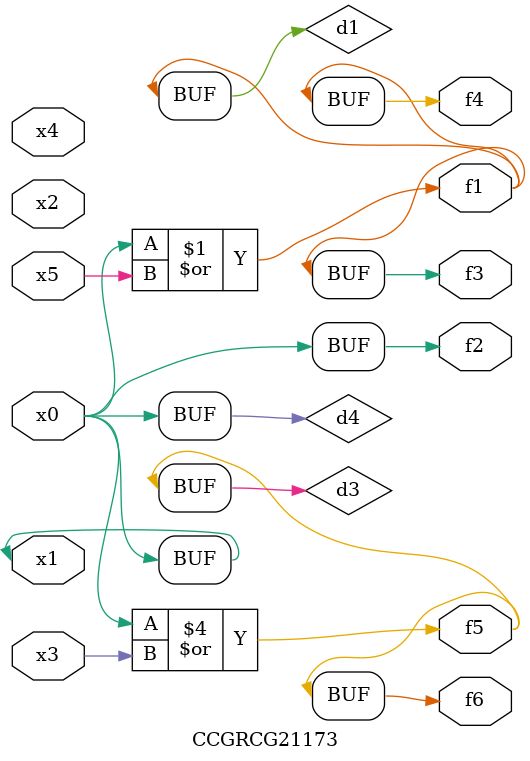
<source format=v>
module CCGRCG21173(
	input x0, x1, x2, x3, x4, x5,
	output f1, f2, f3, f4, f5, f6
);

	wire d1, d2, d3, d4;

	or (d1, x0, x5);
	xnor (d2, x1, x4);
	or (d3, x0, x3);
	buf (d4, x0, x1);
	assign f1 = d1;
	assign f2 = d4;
	assign f3 = d1;
	assign f4 = d1;
	assign f5 = d3;
	assign f6 = d3;
endmodule

</source>
